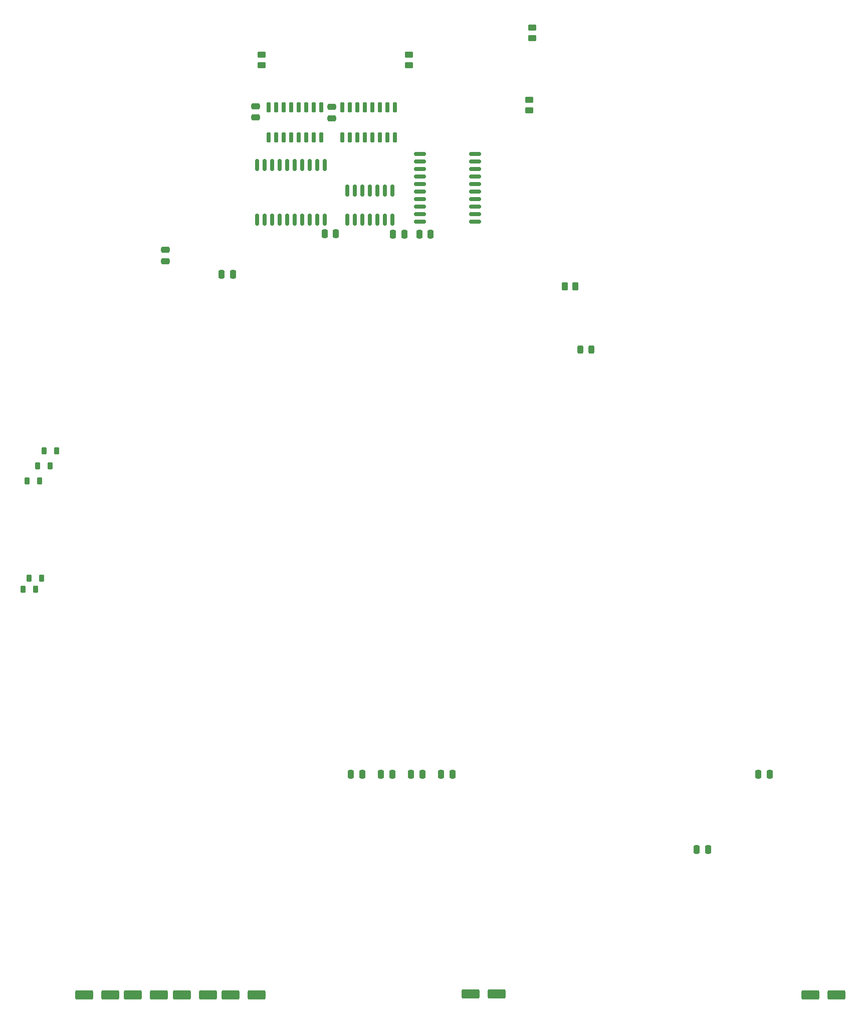
<source format=gbr>
%TF.GenerationSoftware,KiCad,Pcbnew,(6.0.11)*%
%TF.CreationDate,2023-04-06T16:38:06-06:00*%
%TF.ProjectId,isa-itx-pc104-backplane,6973612d-6974-4782-9d70-633130342d62,rev?*%
%TF.SameCoordinates,Original*%
%TF.FileFunction,Paste,Top*%
%TF.FilePolarity,Positive*%
%FSLAX46Y46*%
G04 Gerber Fmt 4.6, Leading zero omitted, Abs format (unit mm)*
G04 Created by KiCad (PCBNEW (6.0.11)) date 2023-04-06 16:38:06*
%MOMM*%
%LPD*%
G01*
G04 APERTURE LIST*
G04 Aperture macros list*
%AMRoundRect*
0 Rectangle with rounded corners*
0 $1 Rounding radius*
0 $2 $3 $4 $5 $6 $7 $8 $9 X,Y pos of 4 corners*
0 Add a 4 corners polygon primitive as box body*
4,1,4,$2,$3,$4,$5,$6,$7,$8,$9,$2,$3,0*
0 Add four circle primitives for the rounded corners*
1,1,$1+$1,$2,$3*
1,1,$1+$1,$4,$5*
1,1,$1+$1,$6,$7*
1,1,$1+$1,$8,$9*
0 Add four rect primitives between the rounded corners*
20,1,$1+$1,$2,$3,$4,$5,0*
20,1,$1+$1,$4,$5,$6,$7,0*
20,1,$1+$1,$6,$7,$8,$9,0*
20,1,$1+$1,$8,$9,$2,$3,0*%
G04 Aperture macros list end*
%ADD10RoundRect,0.250000X0.262500X0.450000X-0.262500X0.450000X-0.262500X-0.450000X0.262500X-0.450000X0*%
%ADD11RoundRect,0.243750X0.243750X0.456250X-0.243750X0.456250X-0.243750X-0.456250X0.243750X-0.456250X0*%
%ADD12RoundRect,0.250000X0.250000X0.475000X-0.250000X0.475000X-0.250000X-0.475000X0.250000X-0.475000X0*%
%ADD13RoundRect,0.250000X-0.250000X-0.475000X0.250000X-0.475000X0.250000X0.475000X-0.250000X0.475000X0*%
%ADD14RoundRect,0.250000X0.450000X-0.262500X0.450000X0.262500X-0.450000X0.262500X-0.450000X-0.262500X0*%
%ADD15RoundRect,0.250000X-1.250000X-0.550000X1.250000X-0.550000X1.250000X0.550000X-1.250000X0.550000X0*%
%ADD16RoundRect,0.250000X-0.475000X0.250000X-0.475000X-0.250000X0.475000X-0.250000X0.475000X0.250000X0*%
%ADD17RoundRect,0.218750X0.218750X0.381250X-0.218750X0.381250X-0.218750X-0.381250X0.218750X-0.381250X0*%
%ADD18RoundRect,0.150000X0.150000X-0.725000X0.150000X0.725000X-0.150000X0.725000X-0.150000X-0.725000X0*%
%ADD19RoundRect,0.150000X-0.150000X0.875000X-0.150000X-0.875000X0.150000X-0.875000X0.150000X0.875000X0*%
%ADD20RoundRect,0.250000X-0.450000X0.262500X-0.450000X-0.262500X0.450000X-0.262500X0.450000X0.262500X0*%
%ADD21RoundRect,0.250000X1.250000X0.550000X-1.250000X0.550000X-1.250000X-0.550000X1.250000X-0.550000X0*%
%ADD22RoundRect,0.218750X-0.218750X-0.381250X0.218750X-0.381250X0.218750X0.381250X-0.218750X0.381250X0*%
%ADD23RoundRect,0.150000X-0.150000X0.825000X-0.150000X-0.825000X0.150000X-0.825000X0.150000X0.825000X0*%
%ADD24RoundRect,0.150000X0.875000X0.150000X-0.875000X0.150000X-0.875000X-0.150000X0.875000X-0.150000X0*%
G04 APERTURE END LIST*
D10*
%TO.C,R5*%
X166266500Y96266000D03*
X164441500Y96266000D03*
%TD*%
D11*
%TO.C,D3*%
X168958500Y85598000D03*
X167083500Y85598000D03*
%TD*%
D12*
%TO.C,C49*%
X130236000Y13843000D03*
X128336000Y13843000D03*
%TD*%
%TO.C,C45*%
X140396000Y13843000D03*
X138496000Y13843000D03*
%TD*%
%TO.C,C17*%
X108392000Y98298000D03*
X106492000Y98298000D03*
%TD*%
D13*
%TO.C,C46*%
X186756000Y1143000D03*
X188656000Y1143000D03*
%TD*%
D14*
%TO.C,R3*%
X159004000Y138152500D03*
X159004000Y139977500D03*
%TD*%
D12*
%TO.C,C44*%
X145476000Y13843000D03*
X143576000Y13843000D03*
%TD*%
D15*
%TO.C,C2*%
X108036000Y-23368000D03*
X112436000Y-23368000D03*
%TD*%
D16*
%TO.C,C43*%
X125095000Y126553000D03*
X125095000Y124653000D03*
%TD*%
%TO.C,C10*%
X97033000Y102403000D03*
X97033000Y100503000D03*
%TD*%
D17*
%TO.C,L4*%
X76119500Y46990000D03*
X73994500Y46990000D03*
%TD*%
D13*
%TO.C,C22*%
X135448000Y105029000D03*
X137348000Y105029000D03*
%TD*%
D16*
%TO.C,C38*%
X112268000Y126680000D03*
X112268000Y124780000D03*
%TD*%
D18*
%TO.C,U6*%
X114426500Y121377500D03*
X115696500Y121377500D03*
X116966500Y121377500D03*
X118236500Y121377500D03*
X119506500Y121377500D03*
X120776500Y121377500D03*
X122046500Y121377500D03*
X123316500Y121377500D03*
X123316500Y126527500D03*
X122046500Y126527500D03*
X120776500Y126527500D03*
X119506500Y126527500D03*
X118236500Y126527500D03*
X116966500Y126527500D03*
X115696500Y126527500D03*
X114426500Y126527500D03*
%TD*%
D19*
%TO.C,U4*%
X123952000Y116791000D03*
X122682000Y116791000D03*
X121412000Y116791000D03*
X120142000Y116791000D03*
X118872000Y116791000D03*
X117602000Y116791000D03*
X116332000Y116791000D03*
X115062000Y116791000D03*
X113792000Y116791000D03*
X112522000Y116791000D03*
X112522000Y107491000D03*
X113792000Y107491000D03*
X115062000Y107491000D03*
X116332000Y107491000D03*
X117602000Y107491000D03*
X118872000Y107491000D03*
X120142000Y107491000D03*
X121412000Y107491000D03*
X122682000Y107491000D03*
X123952000Y107491000D03*
%TD*%
D20*
%TO.C,R4*%
X158496000Y127785500D03*
X158496000Y125960500D03*
%TD*%
D18*
%TO.C,U5*%
X126872500Y121377500D03*
X128142500Y121377500D03*
X129412500Y121377500D03*
X130682500Y121377500D03*
X131952500Y121377500D03*
X133222500Y121377500D03*
X134492500Y121377500D03*
X135762500Y121377500D03*
X135762500Y126527500D03*
X134492500Y126527500D03*
X133222500Y126527500D03*
X131952500Y126527500D03*
X130682500Y126527500D03*
X129412500Y126527500D03*
X128142500Y126527500D03*
X126872500Y126527500D03*
%TD*%
D14*
%TO.C,R2*%
X113284000Y133580500D03*
X113284000Y135405500D03*
%TD*%
D13*
%TO.C,C47*%
X197170000Y13843000D03*
X199070000Y13843000D03*
%TD*%
%TO.C,C34*%
X123891000Y105156000D03*
X125791000Y105156000D03*
%TD*%
D14*
%TO.C,R1*%
X138176000Y133580500D03*
X138176000Y135405500D03*
%TD*%
D21*
%TO.C,C33*%
X87671000Y-23368000D03*
X83271000Y-23368000D03*
%TD*%
D22*
%TO.C,L1*%
X76534500Y68453000D03*
X78659500Y68453000D03*
%TD*%
D23*
%TO.C,U2*%
X135382000Y112457000D03*
X134112000Y112457000D03*
X132842000Y112457000D03*
X131572000Y112457000D03*
X130302000Y112457000D03*
X129032000Y112457000D03*
X127762000Y112457000D03*
X127762000Y107507000D03*
X129032000Y107507000D03*
X130302000Y107507000D03*
X131572000Y107507000D03*
X132842000Y107507000D03*
X134112000Y107507000D03*
X135382000Y107507000D03*
%TD*%
D17*
%TO.C,L5*%
X75103500Y45085000D03*
X72978500Y45085000D03*
%TD*%
D21*
%TO.C,C40*%
X95926000Y-23368000D03*
X91526000Y-23368000D03*
%TD*%
%TO.C,C19*%
X104222000Y-23368000D03*
X99822000Y-23368000D03*
%TD*%
D15*
%TO.C,C13*%
X148549000Y-23241000D03*
X152949000Y-23241000D03*
%TD*%
D13*
%TO.C,C24*%
X139893000Y105029000D03*
X141793000Y105029000D03*
%TD*%
D24*
%TO.C,U3*%
X149303000Y107188000D03*
X149303000Y108458000D03*
X149303000Y109728000D03*
X149303000Y110998000D03*
X149303000Y112268000D03*
X149303000Y113538000D03*
X149303000Y114808000D03*
X149303000Y116078000D03*
X149303000Y117348000D03*
X149303000Y118618000D03*
X140003000Y118618000D03*
X140003000Y117348000D03*
X140003000Y116078000D03*
X140003000Y114808000D03*
X140003000Y113538000D03*
X140003000Y112268000D03*
X140003000Y110998000D03*
X140003000Y109728000D03*
X140003000Y108458000D03*
X140003000Y107188000D03*
%TD*%
D15*
%TO.C,C1*%
X205953000Y-23368000D03*
X210353000Y-23368000D03*
%TD*%
D22*
%TO.C,L2*%
X75391500Y65913000D03*
X77516500Y65913000D03*
%TD*%
%TO.C,L3*%
X73613500Y63373000D03*
X75738500Y63373000D03*
%TD*%
D12*
%TO.C,C48*%
X135316000Y13843000D03*
X133416000Y13843000D03*
%TD*%
M02*

</source>
